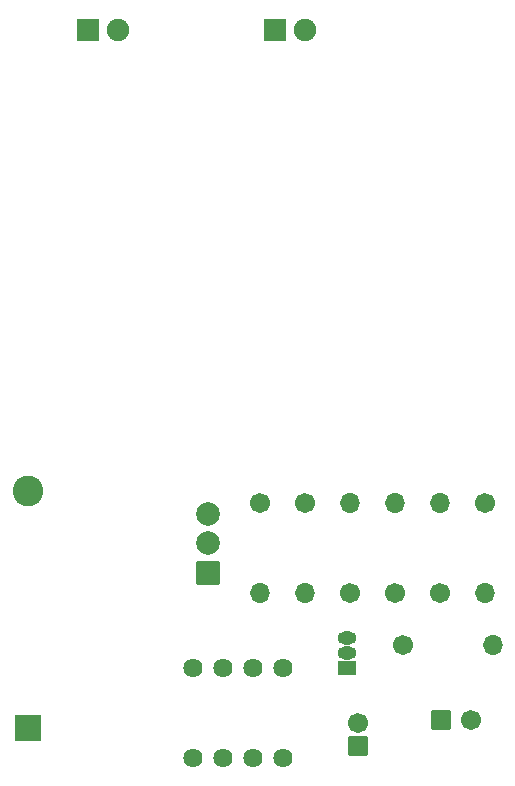
<source format=gts>
%TF.GenerationSoftware,KiCad,Pcbnew,(6.0.2-0)*%
%TF.CreationDate,2022-03-13T17:03:43-04:00*%
%TF.ProjectId,555_Badge,3535355f-4261-4646-9765-2e6b69636164,V01*%
%TF.SameCoordinates,Original*%
%TF.FileFunction,Soldermask,Top*%
%TF.FilePolarity,Negative*%
%FSLAX46Y46*%
G04 Gerber Fmt 4.6, Leading zero omitted, Abs format (unit mm)*
G04 Created by KiCad (PCBNEW (6.0.2-0)) date 2022-03-13 17:03:43*
%MOMM*%
%LPD*%
G01*
G04 APERTURE LIST*
G04 Aperture macros list*
%AMRoundRect*
0 Rectangle with rounded corners*
0 $1 Rounding radius*
0 $2 $3 $4 $5 $6 $7 $8 $9 X,Y pos of 4 corners*
0 Add a 4 corners polygon primitive as box body*
4,1,4,$2,$3,$4,$5,$6,$7,$8,$9,$2,$3,0*
0 Add four circle primitives for the rounded corners*
1,1,$1+$1,$2,$3*
1,1,$1+$1,$4,$5*
1,1,$1+$1,$6,$7*
1,1,$1+$1,$8,$9*
0 Add four rect primitives between the rounded corners*
20,1,$1+$1,$2,$3,$4,$5,0*
20,1,$1+$1,$4,$5,$6,$7,0*
20,1,$1+$1,$6,$7,$8,$9,0*
20,1,$1+$1,$8,$9,$2,$3,0*%
G04 Aperture macros list end*
%ADD10C,2.601600*%
%ADD11RoundRect,0.050800X1.085000X-1.085000X1.085000X1.085000X-1.085000X1.085000X-1.085000X-1.085000X0*%
%ADD12C,1.625600*%
%ADD13C,2.001600*%
%ADD14RoundRect,0.050800X0.950000X-0.950000X0.950000X0.950000X-0.950000X0.950000X-0.950000X-0.950000X0*%
%ADD15C,1.701600*%
%ADD16O,1.701600X1.701600*%
%ADD17RoundRect,0.050800X-0.750000X0.500000X-0.750000X-0.500000X0.750000X-0.500000X0.750000X0.500000X0*%
%ADD18O,1.601600X1.101600*%
%ADD19RoundRect,0.050800X-0.900000X-0.900000X0.900000X-0.900000X0.900000X0.900000X-0.900000X0.900000X0*%
%ADD20C,1.901600*%
%ADD21RoundRect,0.050800X-0.800000X-0.800000X0.800000X-0.800000X0.800000X0.800000X-0.800000X0.800000X0*%
%ADD22RoundRect,0.050800X0.800000X-0.800000X0.800000X0.800000X-0.800000X0.800000X-0.800000X-0.800000X0*%
G04 APERTURE END LIST*
D10*
%TO.C,BAT1*%
X139700000Y-101920000D03*
D11*
X139700000Y-121920000D03*
%TD*%
D12*
%TO.C,U1*%
X153670000Y-124460000D03*
X156210000Y-124460000D03*
X158750000Y-124460000D03*
X161290000Y-124460000D03*
X161290000Y-116840000D03*
X158750000Y-116840000D03*
X156210000Y-116840000D03*
X153670000Y-116840000D03*
%TD*%
D13*
%TO.C,S1*%
X154940000Y-103813600D03*
X154940000Y-106313600D03*
D14*
X154940000Y-108813600D03*
%TD*%
D15*
%TO.C,R7*%
X170815000Y-110490000D03*
D16*
X170815000Y-102870000D03*
%TD*%
D15*
%TO.C,R6*%
X167005000Y-110490000D03*
D16*
X167005000Y-102870000D03*
%TD*%
D15*
%TO.C,R5*%
X171450000Y-114935000D03*
D16*
X179070000Y-114935000D03*
%TD*%
%TO.C,R4*%
X178435000Y-110490000D03*
D15*
X178435000Y-102870000D03*
%TD*%
D16*
%TO.C,R3*%
X174625000Y-102870000D03*
D15*
X174625000Y-110490000D03*
%TD*%
D16*
%TO.C,R2*%
X159385000Y-110490000D03*
D15*
X159385000Y-102870000D03*
%TD*%
%TO.C,R1*%
X163195000Y-102870000D03*
D16*
X163195000Y-110490000D03*
%TD*%
D17*
%TO.C,Q1*%
X166745000Y-116840000D03*
D18*
X166745000Y-114300000D03*
X166745000Y-115570000D03*
%TD*%
D19*
%TO.C,D2*%
X160650000Y-62865000D03*
D20*
X163190000Y-62865000D03*
%TD*%
D19*
%TO.C,D1*%
X144780000Y-62865000D03*
D20*
X147320000Y-62865000D03*
%TD*%
D15*
%TO.C,C2*%
X177212621Y-121285000D03*
D21*
X174712621Y-121285000D03*
%TD*%
D22*
%TO.C,C1*%
X167640000Y-123510113D03*
D15*
X167640000Y-121510113D03*
%TD*%
M02*

</source>
